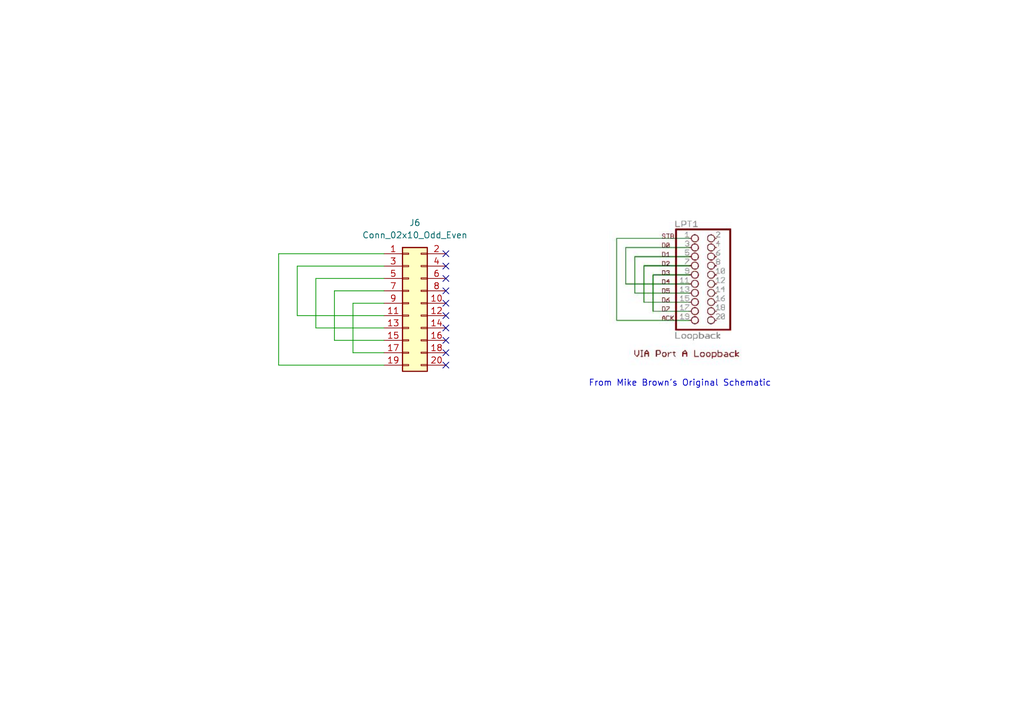
<source format=kicad_sch>
(kicad_sch
	(version 20250114)
	(generator "eeschema")
	(generator_version "9.0")
	(uuid "989b236e-89da-453f-97ce-d850e02a2746")
	(paper "A5")
	(title_block
		(date "2025-10-17")
		(rev "1")
		(comment 2 "This is a redrwan Schematic of Mike Brown's Oric Diag Board")
	)
	(lib_symbols
		(symbol "Connector_Generic:Conn_02x10_Odd_Even"
			(pin_names
				(offset 1.016)
				(hide yes)
			)
			(exclude_from_sim no)
			(in_bom yes)
			(on_board yes)
			(property "Reference" "J"
				(at 1.27 12.7 0)
				(effects
					(font
						(size 1.27 1.27)
					)
				)
			)
			(property "Value" "Conn_02x10_Odd_Even"
				(at 1.27 -15.24 0)
				(effects
					(font
						(size 1.27 1.27)
					)
				)
			)
			(property "Footprint" ""
				(at 0 0 0)
				(effects
					(font
						(size 1.27 1.27)
					)
					(hide yes)
				)
			)
			(property "Datasheet" "~"
				(at 0 0 0)
				(effects
					(font
						(size 1.27 1.27)
					)
					(hide yes)
				)
			)
			(property "Description" "Generic connector, double row, 02x10, odd/even pin numbering scheme (row 1 odd numbers, row 2 even numbers), script generated (kicad-library-utils/schlib/autogen/connector/)"
				(at 0 0 0)
				(effects
					(font
						(size 1.27 1.27)
					)
					(hide yes)
				)
			)
			(property "ki_keywords" "connector"
				(at 0 0 0)
				(effects
					(font
						(size 1.27 1.27)
					)
					(hide yes)
				)
			)
			(property "ki_fp_filters" "Connector*:*_2x??_*"
				(at 0 0 0)
				(effects
					(font
						(size 1.27 1.27)
					)
					(hide yes)
				)
			)
			(symbol "Conn_02x10_Odd_Even_1_1"
				(rectangle
					(start -1.27 11.43)
					(end 3.81 -13.97)
					(stroke
						(width 0.254)
						(type default)
					)
					(fill
						(type background)
					)
				)
				(rectangle
					(start -1.27 10.287)
					(end 0 10.033)
					(stroke
						(width 0.1524)
						(type default)
					)
					(fill
						(type none)
					)
				)
				(rectangle
					(start -1.27 7.747)
					(end 0 7.493)
					(stroke
						(width 0.1524)
						(type default)
					)
					(fill
						(type none)
					)
				)
				(rectangle
					(start -1.27 5.207)
					(end 0 4.953)
					(stroke
						(width 0.1524)
						(type default)
					)
					(fill
						(type none)
					)
				)
				(rectangle
					(start -1.27 2.667)
					(end 0 2.413)
					(stroke
						(width 0.1524)
						(type default)
					)
					(fill
						(type none)
					)
				)
				(rectangle
					(start -1.27 0.127)
					(end 0 -0.127)
					(stroke
						(width 0.1524)
						(type default)
					)
					(fill
						(type none)
					)
				)
				(rectangle
					(start -1.27 -2.413)
					(end 0 -2.667)
					(stroke
						(width 0.1524)
						(type default)
					)
					(fill
						(type none)
					)
				)
				(rectangle
					(start -1.27 -4.953)
					(end 0 -5.207)
					(stroke
						(width 0.1524)
						(type default)
					)
					(fill
						(type none)
					)
				)
				(rectangle
					(start -1.27 -7.493)
					(end 0 -7.747)
					(stroke
						(width 0.1524)
						(type default)
					)
					(fill
						(type none)
					)
				)
				(rectangle
					(start -1.27 -10.033)
					(end 0 -10.287)
					(stroke
						(width 0.1524)
						(type default)
					)
					(fill
						(type none)
					)
				)
				(rectangle
					(start -1.27 -12.573)
					(end 0 -12.827)
					(stroke
						(width 0.1524)
						(type default)
					)
					(fill
						(type none)
					)
				)
				(rectangle
					(start 3.81 10.287)
					(end 2.54 10.033)
					(stroke
						(width 0.1524)
						(type default)
					)
					(fill
						(type none)
					)
				)
				(rectangle
					(start 3.81 7.747)
					(end 2.54 7.493)
					(stroke
						(width 0.1524)
						(type default)
					)
					(fill
						(type none)
					)
				)
				(rectangle
					(start 3.81 5.207)
					(end 2.54 4.953)
					(stroke
						(width 0.1524)
						(type default)
					)
					(fill
						(type none)
					)
				)
				(rectangle
					(start 3.81 2.667)
					(end 2.54 2.413)
					(stroke
						(width 0.1524)
						(type default)
					)
					(fill
						(type none)
					)
				)
				(rectangle
					(start 3.81 0.127)
					(end 2.54 -0.127)
					(stroke
						(width 0.1524)
						(type default)
					)
					(fill
						(type none)
					)
				)
				(rectangle
					(start 3.81 -2.413)
					(end 2.54 -2.667)
					(stroke
						(width 0.1524)
						(type default)
					)
					(fill
						(type none)
					)
				)
				(rectangle
					(start 3.81 -4.953)
					(end 2.54 -5.207)
					(stroke
						(width 0.1524)
						(type default)
					)
					(fill
						(type none)
					)
				)
				(rectangle
					(start 3.81 -7.493)
					(end 2.54 -7.747)
					(stroke
						(width 0.1524)
						(type default)
					)
					(fill
						(type none)
					)
				)
				(rectangle
					(start 3.81 -10.033)
					(end 2.54 -10.287)
					(stroke
						(width 0.1524)
						(type default)
					)
					(fill
						(type none)
					)
				)
				(rectangle
					(start 3.81 -12.573)
					(end 2.54 -12.827)
					(stroke
						(width 0.1524)
						(type default)
					)
					(fill
						(type none)
					)
				)
				(pin passive line
					(at -5.08 10.16 0)
					(length 3.81)
					(name "Pin_1"
						(effects
							(font
								(size 1.27 1.27)
							)
						)
					)
					(number "1"
						(effects
							(font
								(size 1.27 1.27)
							)
						)
					)
				)
				(pin passive line
					(at -5.08 7.62 0)
					(length 3.81)
					(name "Pin_3"
						(effects
							(font
								(size 1.27 1.27)
							)
						)
					)
					(number "3"
						(effects
							(font
								(size 1.27 1.27)
							)
						)
					)
				)
				(pin passive line
					(at -5.08 5.08 0)
					(length 3.81)
					(name "Pin_5"
						(effects
							(font
								(size 1.27 1.27)
							)
						)
					)
					(number "5"
						(effects
							(font
								(size 1.27 1.27)
							)
						)
					)
				)
				(pin passive line
					(at -5.08 2.54 0)
					(length 3.81)
					(name "Pin_7"
						(effects
							(font
								(size 1.27 1.27)
							)
						)
					)
					(number "7"
						(effects
							(font
								(size 1.27 1.27)
							)
						)
					)
				)
				(pin passive line
					(at -5.08 0 0)
					(length 3.81)
					(name "Pin_9"
						(effects
							(font
								(size 1.27 1.27)
							)
						)
					)
					(number "9"
						(effects
							(font
								(size 1.27 1.27)
							)
						)
					)
				)
				(pin passive line
					(at -5.08 -2.54 0)
					(length 3.81)
					(name "Pin_11"
						(effects
							(font
								(size 1.27 1.27)
							)
						)
					)
					(number "11"
						(effects
							(font
								(size 1.27 1.27)
							)
						)
					)
				)
				(pin passive line
					(at -5.08 -5.08 0)
					(length 3.81)
					(name "Pin_13"
						(effects
							(font
								(size 1.27 1.27)
							)
						)
					)
					(number "13"
						(effects
							(font
								(size 1.27 1.27)
							)
						)
					)
				)
				(pin passive line
					(at -5.08 -7.62 0)
					(length 3.81)
					(name "Pin_15"
						(effects
							(font
								(size 1.27 1.27)
							)
						)
					)
					(number "15"
						(effects
							(font
								(size 1.27 1.27)
							)
						)
					)
				)
				(pin passive line
					(at -5.08 -10.16 0)
					(length 3.81)
					(name "Pin_17"
						(effects
							(font
								(size 1.27 1.27)
							)
						)
					)
					(number "17"
						(effects
							(font
								(size 1.27 1.27)
							)
						)
					)
				)
				(pin passive line
					(at -5.08 -12.7 0)
					(length 3.81)
					(name "Pin_19"
						(effects
							(font
								(size 1.27 1.27)
							)
						)
					)
					(number "19"
						(effects
							(font
								(size 1.27 1.27)
							)
						)
					)
				)
				(pin passive line
					(at 7.62 10.16 180)
					(length 3.81)
					(name "Pin_2"
						(effects
							(font
								(size 1.27 1.27)
							)
						)
					)
					(number "2"
						(effects
							(font
								(size 1.27 1.27)
							)
						)
					)
				)
				(pin passive line
					(at 7.62 7.62 180)
					(length 3.81)
					(name "Pin_4"
						(effects
							(font
								(size 1.27 1.27)
							)
						)
					)
					(number "4"
						(effects
							(font
								(size 1.27 1.27)
							)
						)
					)
				)
				(pin passive line
					(at 7.62 5.08 180)
					(length 3.81)
					(name "Pin_6"
						(effects
							(font
								(size 1.27 1.27)
							)
						)
					)
					(number "6"
						(effects
							(font
								(size 1.27 1.27)
							)
						)
					)
				)
				(pin passive line
					(at 7.62 2.54 180)
					(length 3.81)
					(name "Pin_8"
						(effects
							(font
								(size 1.27 1.27)
							)
						)
					)
					(number "8"
						(effects
							(font
								(size 1.27 1.27)
							)
						)
					)
				)
				(pin passive line
					(at 7.62 0 180)
					(length 3.81)
					(name "Pin_10"
						(effects
							(font
								(size 1.27 1.27)
							)
						)
					)
					(number "10"
						(effects
							(font
								(size 1.27 1.27)
							)
						)
					)
				)
				(pin passive line
					(at 7.62 -2.54 180)
					(length 3.81)
					(name "Pin_12"
						(effects
							(font
								(size 1.27 1.27)
							)
						)
					)
					(number "12"
						(effects
							(font
								(size 1.27 1.27)
							)
						)
					)
				)
				(pin passive line
					(at 7.62 -5.08 180)
					(length 3.81)
					(name "Pin_14"
						(effects
							(font
								(size 1.27 1.27)
							)
						)
					)
					(number "14"
						(effects
							(font
								(size 1.27 1.27)
							)
						)
					)
				)
				(pin passive line
					(at 7.62 -7.62 180)
					(length 3.81)
					(name "Pin_16"
						(effects
							(font
								(size 1.27 1.27)
							)
						)
					)
					(number "16"
						(effects
							(font
								(size 1.27 1.27)
							)
						)
					)
				)
				(pin passive line
					(at 7.62 -10.16 180)
					(length 3.81)
					(name "Pin_18"
						(effects
							(font
								(size 1.27 1.27)
							)
						)
					)
					(number "18"
						(effects
							(font
								(size 1.27 1.27)
							)
						)
					)
				)
				(pin passive line
					(at 7.62 -12.7 180)
					(length 3.81)
					(name "Pin_20"
						(effects
							(font
								(size 1.27 1.27)
							)
						)
					)
					(number "20"
						(effects
							(font
								(size 1.27 1.27)
							)
						)
					)
				)
			)
			(embedded_fonts no)
		)
	)
	(text "From Mike Brown's Original Schematic"
		(exclude_from_sim no)
		(at 139.446 78.74 0)
		(effects
			(font
				(size 1.27 1.27)
			)
		)
		(uuid "b833d180-45fb-49e3-8a3d-4bd8739fd537")
	)
	(no_connect
		(at 91.44 62.23)
		(uuid "2d6dfbf0-8bc8-4195-bf86-0ced87c6912b")
	)
	(no_connect
		(at 91.44 72.39)
		(uuid "3a399f8b-f89c-4661-bd26-f47ae1b49f01")
	)
	(no_connect
		(at 91.44 64.77)
		(uuid "4bb873dc-47d4-431a-be74-9dd11d1623f1")
	)
	(no_connect
		(at 91.44 59.69)
		(uuid "502084da-056a-4b45-b43a-79e32bd9a0b6")
	)
	(no_connect
		(at 91.44 57.15)
		(uuid "5522ff4f-eb76-4e1f-b0da-49ac3ff02888")
	)
	(no_connect
		(at 91.44 54.61)
		(uuid "68025000-a9c5-4443-93d1-4313b45245d8")
	)
	(no_connect
		(at 91.44 69.85)
		(uuid "7f10318f-5a15-4ef0-a8d4-60faad9a502b")
	)
	(no_connect
		(at 91.44 67.31)
		(uuid "8a8e15a1-f8da-48ff-b28d-9bbe59efa309")
	)
	(no_connect
		(at 91.44 52.07)
		(uuid "a7fbb15a-b983-4087-8afc-fd23634c6ee0")
	)
	(no_connect
		(at 91.44 74.93)
		(uuid "eab9d1ff-f6df-4b61-a237-79a7b305c0ad")
	)
	(wire
		(pts
			(xy 72.39 62.23) (xy 72.39 72.39)
		)
		(stroke
			(width 0)
			(type default)
		)
		(uuid "1b75c887-f16d-4834-9f5b-4a28d1441ec6")
	)
	(wire
		(pts
			(xy 78.74 64.77) (xy 60.96 64.77)
		)
		(stroke
			(width 0)
			(type default)
		)
		(uuid "235d09e1-4d34-4ef2-ac23-747496f5c6c1")
	)
	(wire
		(pts
			(xy 60.96 54.61) (xy 78.74 54.61)
		)
		(stroke
			(width 0)
			(type default)
		)
		(uuid "301ba5c1-2c99-40e9-ad7f-478d7e1dfcf0")
	)
	(wire
		(pts
			(xy 78.74 67.31) (xy 64.77 67.31)
		)
		(stroke
			(width 0)
			(type default)
		)
		(uuid "8a09e86e-d946-47a0-a7c6-66d68be97a66")
	)
	(wire
		(pts
			(xy 57.15 74.93) (xy 57.15 52.07)
		)
		(stroke
			(width 0)
			(type default)
		)
		(uuid "8be90b00-ef9b-4d38-8e48-391d3c490b6b")
	)
	(wire
		(pts
			(xy 78.74 69.85) (xy 68.58 69.85)
		)
		(stroke
			(width 0)
			(type default)
		)
		(uuid "90e35d65-1081-4c65-b2ab-74fcd36585a7")
	)
	(wire
		(pts
			(xy 57.15 52.07) (xy 78.74 52.07)
		)
		(stroke
			(width 0)
			(type default)
		)
		(uuid "97474182-ee6a-4bc8-98d8-84954a7797e4")
	)
	(wire
		(pts
			(xy 68.58 59.69) (xy 78.74 59.69)
		)
		(stroke
			(width 0)
			(type default)
		)
		(uuid "9b5e83be-5e67-43a7-85a2-cfbeeeeb48e7")
	)
	(wire
		(pts
			(xy 68.58 69.85) (xy 68.58 59.69)
		)
		(stroke
			(width 0)
			(type default)
		)
		(uuid "a197cc93-81ae-4ece-b461-542db5db3eba")
	)
	(wire
		(pts
			(xy 64.77 67.31) (xy 64.77 57.15)
		)
		(stroke
			(width 0)
			(type default)
		)
		(uuid "c7ea71ca-2a6b-44a9-a1fe-2b44a3a097b0")
	)
	(wire
		(pts
			(xy 78.74 74.93) (xy 57.15 74.93)
		)
		(stroke
			(width 0)
			(type default)
		)
		(uuid "cb0a3237-9752-4dd5-91fd-8cfe7cf0b631")
	)
	(wire
		(pts
			(xy 78.74 62.23) (xy 72.39 62.23)
		)
		(stroke
			(width 0)
			(type default)
		)
		(uuid "da9f5a4b-2e75-4a0b-845d-932c3071273c")
	)
	(wire
		(pts
			(xy 64.77 57.15) (xy 78.74 57.15)
		)
		(stroke
			(width 0)
			(type default)
		)
		(uuid "e7d87e01-a9ce-43ff-9ea7-f0a4536eef49")
	)
	(wire
		(pts
			(xy 60.96 64.77) (xy 60.96 54.61)
		)
		(stroke
			(width 0)
			(type default)
		)
		(uuid "ec442d0c-dd2a-4c1f-b6bd-2fb64cb383f1")
	)
	(wire
		(pts
			(xy 72.39 72.39) (xy 78.74 72.39)
		)
		(stroke
			(width 0)
			(type default)
		)
		(uuid "f25eb2aa-8064-4d56-8d54-55e4e15d9b11")
	)
	(image
		(at 139.7 60.96)
		(scale 0.5)
		(uuid "b2e37754-804e-4c5f-92f9-aa4b5a0ce815")
		(data "/9j/4AAQSkZJRgABAQEAYABgAAD/4QLyRXhpZgAATU0AKgAAAAgABAE7AAIAAAANAAABSodpAAQA"
			"AAABAAABWJydAAEAAAAaAAAC0OocAAcAAAEMAAAAPgAAAAAc6gAAAAEAAAAAAAAAAAAAAAAAAAAA"
			"AAAAAAAAAAAAAAAAAAAAAAAAAAAAAAAAAAAAAAAAAAAAAAAAAAAAAAAAAAAAAAAAAAAAAAAAAAAA"
			"AAAAAAAAAAAAAAAAAAAAAAAAAAAAAAAAAAAAAAAAAAAAAAAAAAAAAAAAAAAAAAAAAAAAAAAAAAAA"
			"AAAAAAAAAAAAAAAAAAAAAAAAAAAAAAAAAAAAAAAAAAAAAAAAAAAAAAAAAAAAAAAAAAAAAAAAAAAA"
			"AAAAAAAAAAAAAAAAAAAAAAAAAAAAAAAAAAAAAAAAAAAAAAAAAAAAAAAAAAAAAAAAAAAAAAAAAAAA"
			"AAAAAAAAAAAAAAAAAAAAAAAAUm9iZXJ0IEJld2VzAAAABZADAAIAAAAUAAACppAEAAIAAAAUAAAC"
			"upKRAAIAAAADNTAAAJKSAAIAAAADNTAAAOocAAcAAAEMAAABmgAAAAAc6gAAAAEAAAAAAAAAAAAA"
			"AAAAAAAAAAAAAAAAAAAAAAAAAAAAAAAAAAAAAAAAAAAAAAAAAAAAAAAAAAAAAAAAAAAAAAAAAAAA"
			"AAAAAAAAAAAAAAAAAAAAAAAAAAAAAAAAAAAAAAAAAAAAAAAAAAAAAAAAAAAAAAAAAAAAAAAAAAAA"
			"AAAAAAAAAAAAAAAAAAAAAAAAAAAAAAAAAAAAAAAAAAAAAAAAAAAAAAAAAAAAAAAAAAAAAAAAAAAA"
			"AAAAAAAAAAAAAAAAAAAAAAAAAAAAAAAAAAAAAAAAAAAAAAAAAAAAAAAAAAAAAAAAAAAAAAAAAAAA"
			"AAAAAAAAAAAAAAAAAAAAAAAAAAAAAAAAMjAyNTowOTozMCAxOToxMTo1NwAyMDI1OjA5OjMwIDE5"
			"OjExOjU3AAAAUgBvAGIAZQByAHQAIABCAGUAdwBlAHMAAAD/4QQfaHR0cDovL25zLmFkb2JlLmNv"
			"bS94YXAvMS4wLwA8P3hwYWNrZXQgYmVnaW49J++7vycgaWQ9J1c1TTBNcENlaGlIenJlU3pOVGN6"
			"a2M5ZCc/Pg0KPHg6eG1wbWV0YSB4bWxuczp4PSJhZG9iZTpuczptZXRhLyI+PHJkZjpSREYgeG1s"
			"bnM6cmRmPSJodHRwOi8vd3d3LnczLm9yZy8xOTk5LzAyLzIyLXJkZi1zeW50YXgtbnMjIj48cmRm"
			"OkRlc2NyaXB0aW9uIHJkZjphYm91dD0idXVpZDpmYWY1YmRkNS1iYTNkLTExZGEtYWQzMS1kMzNk"
			"NzUxODJmMWIiIHhtbG5zOmRjPSJodHRwOi8vcHVybC5vcmcvZGMvZWxlbWVudHMvMS4xLyIvPjxy"
			"ZGY6RGVzY3JpcHRpb24gcmRmOmFib3V0PSJ1dWlkOmZhZjViZGQ1LWJhM2QtMTFkYS1hZDMxLWQz"
			"M2Q3NTE4MmYxYiIgeG1sbnM6eG1wPSJodHRwOi8vbnMuYWRvYmUuY29tL3hhcC8xLjAvIj48eG1w"
			"OkNyZWF0ZURhdGU+MjAyNS0wOS0zMFQxOToxMTo1Ny41MDE8L3htcDpDcmVhdGVEYXRlPjwvcmRm"
			"OkRlc2NyaXB0aW9uPjxyZGY6RGVzY3JpcHRpb24gcmRmOmFib3V0PSJ1dWlkOmZhZjViZGQ1LWJh"
			"M2QtMTFkYS1hZDMxLWQzM2Q3NTE4MmYxYiIgeG1sbnM6ZGM9Imh0dHA6Ly9wdXJsLm9yZy9kYy9l"
			"bGVtZW50cy8xLjEvIj48ZGM6Y3JlYXRvcj48cmRmOlNlcSB4bWxuczpyZGY9Imh0dHA6Ly93d3cu"
			"dzMub3JnLzE5OTkvMDIvMjItcmRmLXN5bnRheC1ucyMiPjxyZGY6bGk+Um9iZXJ0IEJld2VzPC9y"
			"ZGY6bGk+PC9yZGY6U2VxPg0KCQkJPC9kYzpjcmVhdG9yPjwvcmRmOkRlc2NyaXB0aW9uPjwvcmRm"
			"OlJERj48L3g6eG1wbWV0YT4NCiAgICAgICAgICAgICAgICAgICAgICAgICAgICAgICAgICAgICAg"
			"ICAgICAgICAgICAgICAgICAgICAgICAgICAgICAgICAgICAgICAgICAgICAgICAgICAgICAgICAg"
			"ICAgICAKICAgICAgICAgICAgICAgICAgICAgICAgICAgICAgICAgICAgICAgICAgICAgICAgICAg"
			"ICAgICAgICAgICAgICAgICAgICAgICAgICAgICAgICAgICAgICAgICAgICAgICAgIAogICAgICAg"
			"ICAgICAgICAgICAgICAgICAgICAgICAgICAgICAgICAgICAgICAgICAgICAgICA8P3hwYWNrZXQg"
			"ZW5kPSd3Jz8+/9sAQwAHBQUGBQQHBgUGCAcHCAoRCwoJCQoVDxAMERgVGhkYFRgXGx4nIRsdJR0X"
			"GCIuIiUoKSssKxogLzMvKjInKisq/9sAQwEHCAgKCQoUCwsUKhwYHCoqKioqKioqKioqKioqKioq"
			"KioqKioqKioqKioqKioqKioqKioqKioqKioqKioqKioq/8AAEQgA7QDlAwEiAAIRAQMRAf/EAB8A"
			"AAEFAQEBAQEBAAAAAAAAAAABAgMEBQYHCAkKC//EALUQAAIBAwMCBAMFBQQEAAABfQECAwAEEQUS"
			"ITFBBhNRYQcicRQygZGhCCNCscEVUtHwJDNicoIJChYXGBkaJSYnKCkqNDU2Nzg5OkNERUZHSElK"
			"U1RVVldYWVpjZGVmZ2hpanN0dXZ3eHl6g4SFhoeIiYqSk5SVlpeYmZqio6Slpqeoqaqys7S1tre4"
			"ubrCw8TFxsfIycrS09TV1tfY2drh4uPk5ebn6Onq8fLz9PX29/j5+v/EAB8BAAMBAQEBAQEBAQEA"
			"AAAAAAABAgMEBQYHCAkKC//EALURAAIBAgQEAwQHBQQEAAECdwABAgMRBAUhMQYSQVEHYXETIjKB"
			"CBRCkaGxwQkjM1LwFWJy0QoWJDThJfEXGBkaJicoKSo1Njc4OTpDREVGR0hJSlNUVVZXWFlaY2Rl"
			"ZmdoaWpzdHV2d3h5eoKDhIWGh4iJipKTlJWWl5iZmqKjpKWmp6ipqrKztLW2t7i5usLDxMXGx8jJ"
			"ytLT1NXW19jZ2uLj5OXm5+jp6vLz9PX29/j5+v/aAAwDAQACEQMRAD8A+kaKKKACiiigAooooAKK"
			"KKACiiigAooooAKw/DX/AB8a5/2FJP8A0XHW5Xh2q/EJLjxfrllo/wAPdV1iSxvHhuZrK+nALKSm"
			"4pGhC52HHriplJR3N6NCpWvyLb0X5npWprpp8V3H9qac19/oMPlhbJrjb88ueinbnj0z+FUptKjH"
			"w+vzfaeEMSXMlpHcqrPbxtkoB12kDHGeMVyEPxU8TW8vmxfCXXQ/lJCWLTElFztHMP8AtHnrzT7n"
			"4seKLy1ltrn4S648MqFHUmYZBGCP9RU+1gb/AFDEdl98f8z1FtIgjsza6ckenwyPmYW0YQsMcgEY"
			"2k8Dd1xnGDgin4N/5E3TP+uA/ma801D4n+JNTt1hvPhN4gZFbeAktxGc4I6rCD3qLS/iNr2io6ab"
			"8ItfiVwAVaa4ccZxgNEcdT0o9rAPqGI7L74/5ntdFeR/8Lh8W/8ARKNc/wDIv/xij/hcPi3/AKJR"
			"rn/kX/4xR7WAfUMR2X3x/wAz1yivI/8AhcPi3/olGuf+Rf8A4xR/wuHxb/0SjXP/ACL/APGKPawD"
			"6hiOy++P+Z65RXkf/C4fFv8A0SjXP/Iv/wAYqrqHx31vRoEuNZ+HGp6fbs4QS3MzxqWOTgFoQCcA"
			"nHtS9rAFl+IbskvvX+Z7NRRRWpwhRRRQAUUUUAFFFZPiTULvTdKjk0/yRcS3Vvbq06F0XzJVQkqG"
			"UnAbOMilJ2V2TKSim2a1FYn2bxV/0FtH/wDBXL/8kUfZvFX/AEFtH/8ABXL/APJFTzPs/wAP8yed"
			"/wAr/D/M26KxPs3ir/oLaP8A+CuX/wCSKPs3ir/oLaP/AOCuX/5Io5n2f4f5hzv+V/h/mbdFYn2b"
			"xV/0FtH/APBXL/8AJFH2bxV/0FtH/wDBXL/8kUcz7P8AD/MOd/yv8P8AM26KxPs3ir/oLaP/AOCu"
			"X/5Io+zeKv8AoLaP/wCCuX/5Io5n2f4f5hzv+V/h/mTa9rTaPFZrDDDLcXtx9ngFxP5MQYRvIS77"
			"WIG2NsYU5OBwCSM298Sa1BpVnfW2iWjLPJFBLHcX7xMkryiL5cQsHjyQQ/GV5A6Uuo6R4q1CBIjr"
			"OibA+545dFeSOUYPyspn6ZIbgg5Uc4yDn23g/wARWvh+20lde0xore6S6VjpcmQVn84IB5+AgPyg"
			"dlAHbNS3Lt+R0QqQUVzR1v8Ah95bfxjcQa3c2l1Y2aW1rfW9hK63xaYyzJCVKxGMAoGnUE7gcBjj"
			"jFcb8Hv+Sj/Ez/sLD/0dcVv3HgTXbnVbq9k1jRN9zfwXxk/sV/NR4REFVX+0cIfJXIx/E3Izxxvw"
			"mg11viD8RRaahp0co1Qec0ti7q58245UCUbR14JPb8YblzK52QnD6vU5IvaN/vXme4Vk2H2weIL1"
			"b243hoI3SJPuRDfIMD1OAMnufYAVF9m8Vf8AQW0f/wAFcv8A8kViDSdVOryC18S6T/aS4Zo2iunI"
			"AOcNH9r+783Q8c1rzPt+R5ik2/hf4f5m1r/iyx0GQWxt73UtQaPzVsNOtzPMY9wXeQOFXOeWIBwQ"
			"MkYqTQ/E+n68ZIrYXFteQorz2V7A0E8IYcZVhyOo3LlSQcE1geDWew8YeJbHxBcWj6/dXMd0skUX"
			"lfaLTykSMopJJVWWQEZODnJ+bJm1mQTfFjw1Fpx3XVvbXb6gY5VGy1ZFCh1xk5l8srz/AAtweSFz"
			"Pc73Shfk62vf5X+7p/Vjsay9Z8RadoTWsd/JIZ7x2S2treF5pZiqlm2ogJIAGScYHGSMitSuVMlr"
			"afFeR74LFLeaTDBYyyDAkZJZmljRj/FhomKg5IGcHbxbdjCnFSbv0Rc0PxfYa3Oto1vfaZqDRmX7"
			"DqVs0EpQNjcM/Kw6fdJxkZweKZPHImuwQ6dc3lxdiYS3bvcHyYoSfusn3ckcKAA3GSeuaXjyXzm0"
			"PT9OfGuS6nFNYEN/qQmTNK6h1LR+SZFIzzvA6kEael6FFZGP7Zcl9Qkdp5DbXE8UcrbuWETStxyo"
			"OSR+eKSbvZjqRjyqcdL9P66G3Xkf7SH/ACTey/7Csf8A6Klr1yvI/wBpD/km9l/2FY//AEVLU1fg"
			"Zvl/+9Q9T1yiiitDiCiiigAooooAKwvF3/IKs/8AsK2P/pVHW7WF4u/5BVn/ANhWx/8ASqOoqfAz"
			"Or/DfobtFFc5rtkdU8VaXYyXt9bQGyupmFndvAWZXtwuShGcB26+tOT5VdDnJxV0dHRXO/8ACF2n"
			"/QW17/wb3H/xVH/CF2n/AEFte/8ABvcf/FVN59vxJ5qn8v4/8A6Kiud/4Qu0/wCgtr3/AIN7j/4q"
			"j/hC7T/oLa9/4N7j/wCKovPt+Ic1T+X8f+AdFRXO/wDCF2n/AEFte/8ABvcf/FUf8IXaf9BbXv8A"
			"wb3H/wAVRefb8Q5qn8v4/wDAJ/Edxepc6LaWF41mb6/aGWVI0dggt5pMAMCPvRr2ridT8b6uLZrO"
			"zvGGrW8VxHBBBBHI+oTJcTQq7BhiONRbF3IIA8wAEEKG6e6+H2mXvkm51LXmaCTzImGs3KsjbSuQ"
			"Q+QdrMPoTVL/AIVL4b3B1l1hHETwl01a4Vmjdt7qxD5YMxLEHOSSTyalqbOulWUUueF/u8zrtOu/"
			"t+l2t5s8v7RCkuzOdu5QcZ79a8r+D3/JR/iZ/wBhYf8Ao64ruY/A9jDEkUOp65HGihVRdWnAUDoA"
			"N3Ary74UeG7e78f/ABEie/1WMW+phVaHUJUZ/wB7OMsQ2WPHU+/rUycuaN0XRlU9hWtHouv95eR7"
			"rXLX13aSX2nWmmTW3yX6tLZpGVuFbcxZ+hKjuSQMqT83zDM//CF2n/QW17/wb3H/AMVWXD4fgvwF"
			"jbxYIJG2+eNbZQADjdxNuxx6Z9q0vPt+JxKU76r8f+AM8XF/FOoXHh/SfD2m6rcaeqSTXmr7lt7W"
			"RtrLGpVS7SFPmO3aACuSc7aseDmj0C5Hhm70Gx0S7aE3UZ05i9veY2iRlYqrBlJUFWyQCuCR0oab"
			"JB8NNR1a21RNQk0a/uBfQaq4ku9sjKkbxTMAWU5UFWbghsZyvNmG6Txt4x8P6xoyTf2RpK3MzXk9"
			"n5YnldPKWJPM2yYAZ2YgbCVUckfKut+p6rXucn2Lb672+7fS3/Dnb1yviy5j1O8j8MQ6Bba7cTRf"
			"aZ475vLt7WL5gru+xjuZgQqqCeGPAGa6quS1i9fwz4xl1y9tJ5tIvLCO2mubaJpmtHhaaQM6KC2x"
			"hKRuGcFRkYORctjkor3tN+nqUfC8f/CHXUVlruh6PpEuqSLFHqGmTlormbDFIWEgDq21TtzuUnIB"
			"BIU7CaffQeM47qW8glaeGXrAQUiDRfIPn9859SeDnjH1PVoPiHb2uleGXu3sPt8balqCwyQC3SI+"
			"aFjdihMjOiAFN20Ek4+XPUWclrpaQ6Tby3V5LHgHzJHnkUE5zJIxOODn5jkgYGelKPZbF19felpJ"
			"7r/h9vQ068j/AGkP+Sb2X/YVj/8ARUteuV5H+0h/yTey/wCwrH/6KlpVfgZpl/8AvUPU9cooorQ4"
			"gooooAKKKKACsLxd/wAgqz/7Ctj/AOlUdbtYXi7/AJBVn/2FbH/0qjqKnwMzq/w36G7WLdf8j3pf"
			"/YNvP/RtrW1WLdf8j3pf/YNvP/RtrRPb7vzCp8PzX5m1WZeeJND066a21DWtPtZ1wWinukRhkZGQ"
			"TnpWnXM6Vptje+JPEr3llb3Di+iAaWJWIH2WDjJFE3JWUeoVJSVlHqXP+Ey8Mf8AQx6T/wCB0X/x"
			"VH/CZeGP+hj0n/wOi/8Aiqt/2DpH/QKsv/AdP8KP7B0j/oFWX/gOn+FT+88if33l+JU/4TLwx/0M"
			"ek/+B0X/AMVR/wAJl4Y/6GPSf/A6L/4qrf8AYOkf9Aqy/wDAdP8ACj+wdI/6BVl/4Dp/hR+88g/f"
			"eX4nJeLPFXhO6uNBiu/EelfYzqLfaP8AiYoi7fss+NxDDA37OvfFc4PF2iDQ9NabxxYxRWer4gtP"
			"7QjRpYV1Aoju27LxiADA6Yyx3fKV9F1G38MaRAk2qW2l2kcj+WjzRRqGbBOBkdcAn8DVW5uvBVna"
			"29zdvokMF0jSQSuIgsirjcQe4GRk9s0rS62OunOuopct/wCmWh4z8LsoZfEmkEEZBF/Fz/49XlXw"
			"m8R6JafEH4jS3Ws6fBHcaoGheS6RRIPNuDlSTyOR09RXsH9g6R/0CrL/AMB0/wAK8m+EelafP8RP"
			"iQk1hbSJHqoCK8KkIPNuOBxx0FTLn5lexdD23sK22y7/AMyPTv8AhMvDH/Qx6T/4HRf/ABVcsuv+"
			"Gra8iaC9022mS6DyX8mtQsixBiSAd+7DDjZtAyc9ga7T+wdI/wCgVZf+A6f4ViXWnwW+qW1munaT"
			"dPO4LQx6eAyQ5+Z2YtgADgccngDri/3nkcS9rfWxShv7nx/qOoLoevtY6DYSC2+1aWyNNdz7VdiJ"
			"GVgsahlHyjLHdzjrc0+fVPDviaz0XVtQm1XT9RicWN5PEBNHNGu4wyMihW3IGZWOD+7cHPFVrzTt"
			"W8HX2oal4T06yvtNvdks2lNOtmYpwFTzIn27MMoG5WxyuQSWIqXStO1PxHr2l+JvEdhbaadOhnSz"
			"sIrj7Q6ySYVpWlUhD8ikBAG+8STnAU1v5nqPl5bq3Jbyve3379dvkdfXM6rPq2q+Kv7C0u+Ol21t"
			"ax3d3dxIrzOJGkRI0DqyrzExLEE9ABySOmrmtc0/WbHXP+Eh8ORw3sxtPs13ptxN5IuEQu8bRybT"
			"tcM7DB+UhzkjANXLY5qVubz6X2Kc8l/4ESC61HWrnVtDeaO3uJNQMKy2RdsCYyjYGTcyqVIJAbcD"
			"hSpfpAupTDc6S0k8dzdmWa+S8iltZo9xyV5LE7QFGAMEdcDmtBba346SybxJpkGi6bZ3gnkslvRd"
			"tfFBlAzJhFjDkNtO4sUHC4ydSx1uKO5S1gawSPzzAmnwHE8Q3Y3FQe2MkYGFycnHKj+BVa1kn8XW"
			"1rfhpf0/M6OvI/2kP+Sb2X/YVj/9FS165Xkf7SH/ACTey/7Csf8A6KlpVfgZrl/+9Q9T1yiiitDi"
			"CiiigAooooAKwvF3/IKs/wDsK2P/AKVR1u1heLv+QVZ/9hWx/wDSqOoqfAzOr/DfobtYt1/yPel/"
			"9g28/wDRtrW1WLdf8j3pf/YNvP8A0ba0T2+78wqfD81+ZtVhaD/yMHib/sIRf+kkFbtYWg/8jB4m"
			"/wCwhF/6SQUS3j6/own8UfX9GbtcZD8SYbqFZ7Lwv4lurd+Y54bAFJB6g7+ldnXN/Dz/AJJ1on/X"
			"otTPmclFO2/6E1OdzUYu2/6FP/hYLf8AQneKv/Bcv/xdH/CwW/6E7xV/4Ll/+LrsKKXJU/m/AXJU"
			"/n/BHnOteNLq4vtFubbwV4qlWxvmnlQWCBipt5o+MyAZ3SL36ZrmpNb1WPSxp9p4A8Qwi+uLz7de"
			"x6dEZ47SW4llWGMM+MkSAEk7V5IDHFesa1rX9jrZhbC6v5r24+zwwWpjDFvLeQkmR1UDbG3f0rIk"
			"8eRDTVvbXQNbu0EM8twsVugNt5LmN0dndVL7lYbULE7ScYwSuVrd/gdlKOJUVZ3+Xr5+pUtfHS2t"
			"nDbweC/FUcUUaoiHTwdqgYAzvNea/C3xc1j48+IE48O69c/atSD+Xb2YZ4f3s5w43DB59+hr3u2u"
			"Iru1iuLdt8UyCRGwRlSMg4PtXk3we/5KP8TP+wsP/R1xUyjLmWpVGFX2Fa8+i6f3kdb/AMLBb/oT"
			"vFX/AILl/wDi6pWfjT+z4ppD4P8AFc9xKxeWX+zRukPYff6AcAdBXe1zTXGqWl1HLPDe7mu1jd2e"
			"I25RpAgAUNuHBBBxnI54zWnJP+b8DiUKiesvwMLw7b2vxD1bVtX8TaTcCKxuhZ2ekarFxbqIkcyP"
			"CSVLv5vUg4UKAfW0tnZeDPiBo1joii1stfW4jl01GKxJJGnmieNNpVeAyMoK53ocHaab4tSw0zxA"
			"LzS/EEui+IL+JY3gtbH7c12ibirvbqpc7RvAcEY6EkYFTeCPsep30+p3HiOXXtZtUa0l8y3Nn9kR"
			"nyU+zHBQkxjLMCx2dcDAS3t1PXk3yOevLa1te1vTfXe/zO0rktT0yDxN46k0zWf9I0zTrG3u1sHw"
			"Y5pZJJl3SL/GFEQwDxls4PGOtrlPGsGn2htdYbVZNF1ZP9EtLu3t/tEk28/6kwhSZVJAbaBkbcgj"
			"mtJbHLQb5rLd7Gd4kstN8ARW2veHLRLF2u4befTLGMAaijttMaQghTKM7wwG75CD8pNa+kWM+o6b"
			"YzsJLK1+0G8W3ubQR3SNuZtrncQDk4JAyVyO5rH8Mpba3rcf/CQeI5da1TTGNxbWU+nPp3kZXb5v"
			"2d8M5+fAc5C54wck9Np0l/8A8JFqUV/MjJ5MMkMUf3YlLSr1wCSdgJPvjtmlHui67slGWsu+v66/"
			"12NevI/2kP8Akm9l/wBhWP8A9FS11+kapcXk2j3EVxNMl22Lt2YeVvaF5PLRcfwlRkjpgDJO7HIf"
			"tIf8k3sv+wrH/wCipaVX4GXl/wDvUPU9cooorQ4gooooAKKKKACsLxd/yCrP/sK2P/pVHW7WF4u/"
			"5BVn/wBhWx/9Ko6ip8DM6v8ADfobtYt1/wAj3pf/AGDbz/0ba1tVi3X/ACPel/8AYNvP/RtrRPb7"
			"vzCp8PzX5m1WFoP/ACMHib/sIRf+kkFbtYWg/wDIweJv+whF/wCkkFEt4+v6MJ/FH1/Rm7XN/Dz/"
			"AJJ1on/XotdJXN/Dz/knWif9ei0n/EXo/wBBP+KvR/oW/F2tzeHvC93qdrDHPNEY0jSRiFLPIqAn"
			"HOBuz+FZe74i/wDPHwv/AN/bj/4mnfEz/kn97/12tv8A0ojrq6hpyqNX6L9SGnOq1dpJL9Tg9S0/"
			"4jX9xp06f8IvHJYXJuEy9wQxMUkWDwO0hP4CsqTwr8Q5tButIuf+EQu7O8aeSaK5jndfMlmeYsow"
			"MYZ+M5xtUgg5J7fxFfalbS6Ta6PLawT6hem3aW6gaZUUQSy5Cq6EnMYHXua5PWPiLrGl+GIJYtGe"
			"71LzrmK6uYbOd7OBYJnjZiVBIL+Wdq54zliAMkcUt2ztpYetJRUJP8PPy9TUtY/iNbWkMBHhuYxI"
			"qGSSa4LPgYyTt5JrzT4WN4xHj34g/wBmx6Gbj+0x9q+0STBA3mz/AHMDOM7uvtXvccgliSRQwV1D"
			"AMpU8+oPIPsa8k+D3/JR/iZ/2Fh/6OuKlwtJK7KoUX7Ct7z2X/pSOv3/ABEzjyvC+fTzbj/4ms7+"
			"yPHaS74ofDTFH86OB7q6MSOc/Nt2+pJHYHkdBXS2Ucdv4q1BmuTLJPDETvYfL88gCgDoAMfzPWk0"
			"+KK28TX3+ktNJNBEzNI4JzvkwoHQADAwP5kmtPZ/3mcSpWd+ZmH4EN+niPxNH4oNuPEDTwyOLbzP"
			"KNp5SiLyi4GVD+cDj+LdnrzLq8in4ueHE00Rm9FldnUSrR71s8LsDAjdgzbNuD2fggtiHxSlh4i8"
			"QDSLPw9FrGpWKo894179kFirq5VTNHmUM237iqQQwJwDU3gxLHRNTutBPh59F1GVDdmQTtdR3qBg"
			"pdbhvmYqWXKuFI3jAwc0eR6ztrUtrbbTta+9/NaHZVyxS2PxaZr2Mmb+x4zp7OhKgiWQXGw9A2Gg"
			"z3II7Zrqa5Txpc6fetaeH5NI/tvUbp1mhtRIYvsyqcG4aYDMIXJAZfmJO1QcnFy2OWjrJx7lX4jX"
			"Ji/sGPSljk8Rvqcf9lqx4Xg+c0gHzeV5W8MQDjK/UbWkaTdKsV3rE+NUZF+0ra3DtCcMxAG4A7fm"
			"PX1NYXh21svC2vw2l9oP9n3mqKY4L9L+W/jkKgv5BllAdGwGYLtCHBwS3FbemQw2nirVMXBlkngt"
			"3dnYZLb5hgAcDACjA9PXmlHV3LrNRioJfP8A4a+n6lq10ewtriL7Oz4t2Z4oPOJSIkEHC9uGYY6D"
			"P0rzb9pD/km9l/2FY/8A0VLXcWVvZXWtW50qGCO1sJHZrk/NJcSFWUqD1YDcSzHOSMc8kcP+0h/y"
			"Tey/7Csf/oqWlV+BmmX/AO9Q9T1yiiitDiCiiigAooooAKwvF3/IKs/+wrY/+lUdbtYXi7/kFWf/"
			"AGFbH/0qjqKnwMzq/wAN+hu1j614dXWbu1ul1O/06e2SSNXspEUsrlCwO5W7xrWxRVSipKzKlFSV"
			"mcz/AMIdcf8AQ3eIv+/8P/xqsfR/Cs8uta/GPE+uxmG9jUuk0QaTNtC2W/d8nnHGOAPrXfVz2izx"
			"ReIvEwllRD9viOGYD/l1grCVOCa9f0ZzzpQTj6932ZF/wh1x/wBDd4i/7/w//GqwfBHhae78D6Tc"
			"L4m1y2ElsrCGCaIInsAYycfjXffa7b/n4i/77Fc58PrmBPh5oivPGpFquQXAxSdOHtF6Pr6CdKn7"
			"Rej6vyOf8feGJrLwXdzv4k1u6CywDyriaMo2Z0GSBGDxnI56gV0f/CHXH/Q3eIv+/wDD/wDGqrfE"
			"q5gfwDeqk0bHzrbgOD/y8R11P2u2/wCfiL/vsUlTh7R+i6+olSp+1kvJdX5nLXnw/N61u8/izxHv"
			"tpfNhdbmIFG2MmR+6/uuw/GoU+GsKaRLpg8T+ITazeYZENzEd5dizkkx5JLMSfc1e8Vy291daBaP"
			"qEsEFxqTJP8AZb17dmUWs7AF42VsblU4z2FcM1xd3lu00fiK1lhs4bsKt1r9zbyGK3ublFkKwsu8"
			"MohBlZjjaThs1bjFaW/E9GnhYyive/F+fn6ndf8ACHXH/Q3eIv8Av/D/APGq8t+FXhya78ffEOJf"
			"EGsWxg1MKZIJYw0372cZfKHJ47Y6mvaNL1K1udIs51lVBLAjhHm3suVBwWPJPueteXfCC4hX4jfE"
			"stNGobVQQSw5/e3FS4R5lYujRpqhWXkur/mXmdXH4KspdUmij8T6y15Btlkw0G5SxJBJ8rqcE+vf"
			"vVP/AIRfSnukWPxVr0UskxjjuFSIKZATwshg2k5BHXr71v2uoaba+JLvyVkjWdUQuLaTa8u+TcS2"
			"3H8Q+bOMd8Ci6u49Q1C2XdNFNbXCtJG7n7OyKc7y3AbggqAchtuQADjT2cP6ZwqnBO6/Mw9GuLb4"
			"eaxq1j4k1Cc2mo3SXdrrF+xIlZogjRSyBFRGXycgEjIdccgipI7+08bfEHRr7QH+06d4fFw8+oLF"
			"mKSaRPLWGNyRuOCzsVBUYQZyeLr6jq/ijxBqFhoGpjS9N0t44Z76KCOaS4nKb2jjLEqqqGjyShJJ"
			"IGMZp1lqeqaF4qstB8QX8WpQ6nFK1heeR5UxkjwzxSKg2H5DuDDb9xgRnGTy6HrPrL7dvwtrpbt5"
			"/wCR1lcrql4nhvxlNreq7YtIvLCC0e8wxFvLHLIVD4B2ownPznCgpgkblz1Vc1rOo6veeJYfD/h9"
			"47MpCt3f6hKgcwxMzKiRofvO5R+T8qhScEkCrlsctHVtPbqYviPVbXx29joPhK7jvSt3Bd3mp2jh"
			"l0+KN925ZeVEzFdqrgnBYkAc10mjWOlWzPp0cn2+9sNpmuLiJTNlsspZlUAn6elZ0l3rHhW/08av"
			"qf8Aa2k3k4tZbqa3Ec1rK+fLY+UoQxs21OQCGdTuIOBc0+4tIfEN01rbXCQTwxIjrZy7GkEkpc7t"
			"uP4wdx4560o73e5dV2iox+H+vJfcaESaRb6qtrBDax3ojMoSOIBlTIBOQOOuPfn0NeZ/tIf8k3sv"
			"+wrH/wCipa7+10KPT/ENtNbNcshinaRncsC7NH1Pcnnr/d9q4D9pD/km9l/2FY//AEVLSq/AzTL/"
			"APeoep65RRRWhxBRRRQAUUUUAFYXi7/kFWf/AGFbH/0qjrdrC8Xf8gqz/wCwrY/+lUdRU+BmdX+G"
			"/Q3aKKKs0Csy88NaFqF01zf6Lp11cPjdLPaI7NgYGSRk8DFadFJpPcTipaNGL/whvhj/AKFzSf8A"
			"wBi/+JrA8CeFvD954D0e4u9C02eaS2Vnkls42Zj6kkZNdzXFeDdah0nwZpdhqFlq0Vzb26pKn9kX"
			"TbSO2RGQfwrCUYKauls/0OaUKcaiuls/0KvxC8MaBZeB7yez0PTbeZZbcLJFaRqwBnjB5AzyCR+N"
			"dL/whvhj/oXNJ/8AAGL/AOJrmviF4hsrvwPeQxQ6krNLbkGXS7mNeJ4z95owB09eenWul/4SrT/+"
			"ffVv/BNd/wDxqpXsvaPbZfqQvY+1e2y7eZR1bw/4C0u0WbXdI8OWduzhFkvLaCNC+CQAWGM4B/I1"
			"IvhHwTc2EV2nh7QJrTyxJHMLKFo9mM7g23GMc56VQ17xHaPqWgXEdlrUkdpqDSzFNEvGKKbWdAcC"
			"LJ+Z1HHrXCXk93fWZtbqw8SQWEP2u9tLJdAmmhuJWupniinjKcgI0JVSQoIOSpAxd4rZI9GnSw84"
			"r3kvu8/6+Z6lH4R8KzRJLD4f0eSN1DK62URDA9CDt5FeWfCbw5ol38QfiNFdaNp88dvqgWFJLVGE"
			"Y824GFBHA4HT0Fen2fi22ksYHvLPVYrho1Msa6PdkK+OQD5fY15h8JtetLb4g/EaSSHUGWbVAyiP"
			"TbiQgebcfeCoSp56Ng9fQ1L9ndWsVR9h7Cttsu38yPRrPQ/Ct7qt5ZxeF9LCWqrmVrCMB2JYEAbe"
			"QCuM+uR2rOtNM8MancLbHwx4UKvIUMTGNpeCc/u/J64GcZ/Gra+JZV12W5/s26NvIqRZ+wX28KrM"
			"d2Ps2M4bpnt1qOTxAm0QXFrfLZRXCzCSDRL0yPhw6r5YhwDuxlgTkA8DPGi9lfSxxr2N9LX+Qtro"
			"974K1m8fw3oiXuh6jIkz2VlJFDJaTBCrMiPsRkYJHkbwQckAg8SWVjrPiDxha61rmnNpFjpAlWwt"
			"HuFkmmlkUK00nlsUACEqq5JyzEnpWdYWtn8SNY1q41pbibRrC5WxtdMnSW3BdY1d5ZYyQWYmQBQw"
			"GAgOMnNWILWLwV430XStHMi6TrSTwmxe53JbSxJ5ivGrEsFIDqwX5QSp4PU/I9Z31T+O34W11vvb"
			"y/E7eud1W01LTvEB1/R7VtS862js7uwWVI3ZFkZlkjZsKWXzJMqxUEH7wIw3RVyeq2cniPxx/ZF5"
			"dzRaVp9lFeSWtvIYzdyyvKiiRlIJRBETtHBLDOQADcjlo7tvbqQ6lY6r41vrWx1TR5dJ0G3ljubp"
			"LySGWS/dSSsOxGdRGCFZixyeAB1NbWh3Nmlxc6TpenR2VlYqhhESCNHDM4O1ABgBkbnvyenJ57Ud"
			"KtPh8tjqnhyKS208XUVte6bE7ukkcr7A8cQViZVd0b5cFlDDk4ra0ybUb3UX1WKzhS1uo44QJnmh"
			"lVY3k+YxvCpBO/ocdOpBzSjvruXVu4px+H9fvevzL0Grre6l9nsI1nt48ia6EgCqw/hUdWPPPQD1"
			"yMV5p+0h/wAk3sv+wrH/AOipa7vTvD8tnPp6NbWKR6exK3MWfNnHlsgDLtGDhsk7jkjpzxwn7SH/"
			"ACTey/7Csf8A6KlpVfgZpl/+9Q9T1yiiitDiCiiigAooooAKwvF3/IKs/wDsK2P/AKVR1u1heLv+"
			"QVZ/9hWx/wDSqOoqfAzOr/DfobtFFFWaBRRRQAUUUUAcp8TP+Sf3v/Xa2/8ASiOurrD8ZaNda/4U"
			"utOsGiW4keJkMzFV+SVXIJAJHCntS/bPFH/QF0r/AMGsn/yPWN+Wo2+y/Uwvy1W32X6lnWdZGjrZ"
			"hbG6v5ry4+zwwWpjDFvLeQkmR1UDbG3f0rPuPF4i0ganDo2oXFmsTyXEqSWyC2KFhIknmTLhkKsD"
			"jI46mqerReLr270q5t9H0bdp92bgo+rygODBLFjItjj/AFuenasq08N+LGSG31ew0e6sYrme9NpH"
			"qUqpLPLcPMC+YDuVN4CrwCRuIJC7W5Pc7Izo8qcvyfn/AMA72zuUvbGC6iVlSeNZFDjBAYZGffmv"
			"KPg9/wAlH+Jn/YWH/o64r0L7Z4o/6Aulf+DWT/5Hryr4TXGuJ8QfiKbTTbCWRtUBmWS/dAh8244U"
			"iE7h15IHQevEykuaP+RrQqR9hW0ey6P+ZeR65Y3V9Lr19DdqsUCRxtBGCCcbnBYn1O3OOwx3zUBS"
			"7fVxDZ6tdTeVIHuVdIfLjXrs4jBLEds5A5J6Bs0WnixdUa9ENtufaGi/tQbCgYkJ/wAemcfMRnOe"
			"etWbc+J7Cz8mz0PSWO4t8+ryLuLNkkkW3Xk9q051/SZxKom7a/czK8XTWnhTVJNft/Elrotxeqi3"
			"FrdWxuY7zZ8ocRIVlLqGALKcbVGRgZD/AAbDa+INSPim48RQa/dRxtBbpbwGCGxRsFlETFnWRscs"
			"x3EYGMdV8Fie68WeKL3XreGDXI7iK38qOcyrDaeUrRBGIHysxlYkAZYHI44dq7x2vxa8Pf2bxeXt"
			"tcpqKRRht1sqZjeQ5yuJQqqSDnewyOhnzPTezp9bb6bWvba/le/4HZ1y/iyC20+aHXk1y10G/QC1"
			"FxdgNDcpkv5LoWXdyCRtIYc4OCQeorlDFaXHxcY3217i10iJ9PSQ/cLyzLO6An72FiBIGQCBkA83"
			"LY5aOjb7Iy/DUtr441K31S/8SWWsrpria20+1smtkhl+dRNJHKzSFsHCk4UYyATyOp066v5de1GG"
			"92pCkUUkEK4JQFpFJJ7k7AcdB09ScjxyPs0mjX+mKP7dGowwWYVcG4VifNidgjFYvK8xycYBRW6g"
			"A6em6VqHnDUNRvZoLyQKs1vDJHLFtVmKqGMKMR8x5wDz1OAaUdNCq3vJTW3bT9LffYztJ1m7urjT"
			"JJrq6Z7yZ0mga2UQKBHI37uQLhhlBg72yOfpx37SH/JN7L/sKx/+ipa9JttDjtZrcrd3LwWrFre2"
			"cqUiypXg7dxAViACx/QV5t+0h/yTey/7Csf/AKKlpVfgZrl/+9Q9T1yiiitDiCiiigAooooAKwvF"
			"3/IKs/8AsK2P/pVHW7Wfrek/2zpv2UXMlq6zRTRzRKpZHjcOpwwIPKjqKiabi0iKibg0jQornf8A"
			"hH9d/wChxv8A/wAA7X/43R/wj+u/9Djf/wDgHa//ABulzy/lf4f5k88v5X+H+Z0VFc7/AMI/rv8A"
			"0ON//wCAdr/8bo/4R/Xf+hxv/wDwDtf/AI3Rzy/lf4f5hzy/lf4f5nRUVzv/AAj+u/8AQ43/AP4B"
			"2v8A8bo/4R/Xf+hxv/8AwDtf/jdHPL+V/h/mHPL+V/h/mdFRXO/8I/rv/Q43/wD4B2v/AMbo/wCE"
			"f13/AKHG/wD/AADtf/jdHPL+V/h/mHPL+V/h/mP8YeJD4a0mGWFLc3N5cC1t2u5xDBG5Vm3yOeih"
			"UY8ZJOAOtZWm+LdX8TpE3hu306HbY+fOLuVpB5xlki8pWj4KhoZAZBkEbSFOatXPhHVru4s5p/F+"
			"oF7OYzwkWlsMMY3jz/q+flkas6H4cX9rNPLZeNdYtZLgSCZoobYFw8rynrEcEPLIQRgjd16VN5t7"
			"afI6YVoKFnB376f5luHxjfXnjC78N2WnxyXtndRfaX3Hyra1MMUjOzY+Z2Z3RFA525OADnkvg9/y"
			"Uf4mf9hYf+jriukT4c3Ud8L2Pxbqi3QuBcCfybcvu8pIiCxjyVZIkBU5BKgnkAjg/hRpOqT+P/iI"
			"lv4ju7Z4tTAkkS3gYzHzZ+SGQgdD0x1qG5cybX5HVCqnh6nJB7R7b3Xmeu2FvJD4o1F5rhpmlgiY"
			"AjCxrvkAUD6Dn1JJ4zgZL25s57e6jWwleW/RBqEdwRPLukwyFdp3YG4bd2AFzgbQA3/hBbj7V9q/"
			"t5/tG/zPN/syz37s53Z8rOc85p58Gah9qa7i8UXEV23W5TTrPzP++jF6cVrzP+V/h/meapyb+F/h"
			"/mZ/jU6fqOtG00nRtQ1XxJaWys0ul3n2J7aJm4SS43KAG+YiP5icE4A+apvAqaXaahc2s2j3el+I"
			"2iWa6GpXP2qeePgbln3NvQEAEAjB6qMjNbQNQt/BGva3pvjDWMS6hci/ttV1DZCl2nlRxlAwwgdC"
			"mNnHylSBjOJW1e38VfEvQ28NypeWekR3Ml9qEDO0J8yMKsCyKdjsSyOVPQICCCCDOl79T1mpcjp/"
			"Zte+va/pa+lrX+Z3dcl40l0i6urDSrjT77UtXffPaRaZKIri3UKQ03ml0Ea8hclhuJAw3SutrkdR"
			"1W08N/EKS+1x1s7DUtOgtob6ZgsKzRSTu0bsThCVlBXOAdrAHPB0lsclC/NdbozvBtraWesxnXtA"
			"1PT9ekj2W91q199v3qN58uKfcwVsbmKDaSMnDAEjc+x282vKukwKJoJ/MvNRYkt1yYd3VyRwVPyq"
			"MdworF8TazpvjFtP0Pwte2+oXv2+3uWv7QCdNMWNmk87eFdA58soFYgnzPTNdNpvhuxsYYTcwW97"
			"extva9ktIkkds53fIoAP0HalHsi8Rd2nLRvpr+vQ57QVaebQdRjt44FmcxzTsn7+7kMEjOzN12hl"
			"4B6kZ4AXPN/tIf8AJN7L/sKx/wDoqWvUo9L0+K8N3FY2yXLEkzLCock9fmxnmvLf2kP+Sb2X/YVj"
			"/wDRUtKr8DLy/wD3qHqeuUUUVocQUUUUAFFFFABRRRQAUUUUAFFFFABRRRQAUUUUAFFFFABXkHwh"
			"lji+I/xL8yRUzqwxuOM/vrivX68ym+EXgjxPrWrX81nercG+kFwftJAaQ4diBzgEvWc02010OzD1"
			"KcYThUbXNbZX2d/I9I+1W/8Az3i/77FH2q3/AOe8X/fYrzdvgF4EUZa3vAPe7NDfALwIoy1veAe9"
			"2aLz7fiHs8L/ADv/AMB/+2PQrr+z762a3vfs1xA+N0Uu11bByMg8dRmnQNY2tukFq1vDCgwkcZVV"
			"UegA6V51/wAKE8BBQxgu9p6H7Waqap8Ffh9pOlyX89rfyRRlQRHdEn5mC9/c0Xn2/EfJhrW9o/8A"
			"wH/7Y9U+1W//AD3i/wC+xTJpLK4heG4eCWKRSro5VlYHqCD1FedL8AvAbDK29430uzSD4B+AyxUQ"
			"XZI6gXZovPt+IuTC/wA7/wDAf/tj0K0XTbC3EFitrbQgkiOEKign2HFT/arf/nvF/wB9ivNj8A/A"
			"YbaYLsH0+1mq1l8EfAN9JdrHaXy/Zbg27Fro/MwVTke3zUXn2/EfJhXvUf8A4D/9sepfarf/AJ7x"
			"f99ivJf2jZopPhzZCORHP9qRnCsD/wAspa0/+FAeBf8An2vP/ApqB8APAoP/AB63h9vtTVMlOUWr"
			"G2HlhaNWNTnbt/d/4J6ZRRRWx5gUUUUAFFFFABRRRQAUUUUAFFFFABRRRQAUUUUAFFFFABXN6VeL"
			"pl5q6XlveqZdQeWMpZTSKylEAIKqR1BrpKKAOa1JLafxBHPqumTXmny2Q8hmtHm8qTcSwMYUlWKs"
			"vJA+7is6DT2ht9IOq6XcXGm77hhbMjzfZQ2DDvjAJOF3L0IUt2rtqKAOHW3tU8s3OlyRaXJrDGG0"
			"e0ZsqLZxuEW0kAsC2McdcCo9VszcaTriaTpU8FkwtVjgW1aPznEm6R1iwD90qCcc7e+K7iW3imkh"
			"klXc0DmSM5PyttK5/JiPxqSgDkorNG8S2l14c057OC3hlN0Gge0juCVIjTBUbiGyc4wB3zgVjw29"
			"9Jqmk38Vq0Ny96j3EUWivA0KsCH3SkYZece+c9q9FooA47RbHTbGzSHW9Ikm1OORhNcPYS3HmNnh"
			"xJsOQRg9eKgg0+aPxbc3OpabeXNm+o5tTHnbDLhf3rJxlcfx8gbTxzXcUUAFFFFABRRRQAUUUUAF"
			"FFFABRRRQAUUUUAFFFc9oV058QeK1uJ2MVvqEQQSP8sS/Y4GOM9BksfqTSbsXGPMm+3+djoaK8w0"
			"O3bV/DHw5vNQu7+S4nlCTOL6ZPNAtZ5Ru2sNx3xocnnjHTIrn/F/jTWH8T6vqFnDr6Dw1MY7NbGz"
			"Mti5VQ0xunBBIZSBgEbB83JJrN1EldnXHBynPkT/AKvY9voqvYXQvtNtrsJsFxEkoUnO3cAcfrXn"
			"Xiu50t/jBbWPijWHsNKGhNMiPqclnGZ/tAAOVdcttzx6D2q5SsrnPSpOpJx7fM9Norzvw5ruo6T4"
			"cMFlbSa0tzrktlojT3eBPb4aTzGmbcSihJsMASwRcA5BrRfx9JZW+qJquleXqGl3dpDPa2czXG6O"
			"5dFR0Plgsfmb5AuSUx3Bpc6tqXLDT5rR1/q23rp6nZ0Vx/iDxD4n0zwPq2rjRbG0uLWBpoo5b8yM"
			"qBSSXCx7dy8fKGIPPzcAnqLGS7lso31K3htrkg+ZFBMZUXnjDlVJ4x/CP61SabsZSpyjHmf5liiu"
			"C+Jviy/0KXRtI0yG9L6w8yyz6fb/AGi5jjjQFhFHkAsdw+Yk7QCcHtH8LfEN1qD6zod1BqaR6Q8R"
			"tpNXiMd00MoYqsgJOSpUgN3XbwKnnXNymv1afsfbdP0vb8z0Giuf8eTzWvw88QT20rwzR6dOySRs"
			"VZSEOCCOQa3pJFijaSQ4VAWY+gFVfWxjy+6pd/8Agf5jqK4uw8bazcWGl6td+Go7fRtTnhjjmXUQ"
			"88aTMEhkaLYBhi0eQHJUP0OCKfeeOLyG31PUrTRVuNF0q4khurk3gSb90cSskWzDBTu6upO04HTK"
			"50afV6l7W/Ff57nY0Vy0niPXbnXdWsNE0Kyuo9MlSJ5bjUmhaRmiSThRCwxhwOvasbS/FOra74lG"
			"oeGrKG8tLzQrO4NveX724gZpbgHAEbgnjBPH3R1pc6GsPNq/6rr+R6FRXMQ+MPO8H3GsPDZWVza3"
			"D2txDf3whhjlSXy2Bn2EYyMg7ecgcZ4oWvxLsbjRmnEdvJfnUY9LhhtbsTwTXEgDR7Z1XGzacsxU"
			"FdrDaSAC+eIlh6rvZbOx21FecfEXWvE1j8N9Xu7y1t9HMJtzHc6fqcksgJuIwR/qkwNpOSD7Y5rr"
			"dA12712S5lfQ7zTbBMfZp73EclwcsGPk/eQDaCC2CQwOKOZXsEqElT9p0vbdeX+ZtUUUVRgFFFFA"
			"BRRRQAUUUUAFYHibwfY+J0AuJ7q0ZlEVw9pJ5ZuYN2TDJ/eQ8+4y2CAzBt+ik0noyozlB80XqYOq"
			"eGWvr3RpbHU5tMg0mXzIrW2giMbfIY8fMp2jY7rgcYbpkA0g8H2K6R4h04TXHla/LPLcsWXdGZYx"
			"G2zjgALkZzz61v0UcqL9rO1r/wBbkNnapZWMFrEWMcEaxqWPJCjAz78VQPh60PjFfEnmTfbFsDYe"
			"XuHl+WZBJnGM7sj1xjtWrRRZEKUk211MjxHoC+ILGCNbyexurS5S6tbuAjdDIuRnB+VgVZlIYEEM"
			"eKzbLwPDBb3RvtSuL++vL+2vbi+ljjWRzA6NHHhVACDy+mP4mPeupopcqbuXGrOMeVMgvrG21PT7"
			"ixvolmtrmNopY26MrDBH5Gm6daPYafDayXU94Yl2ie4IMjjtuIAycYGepxk81ZoqjO7tYydQ8O2m"
			"peI9H1qeSZbnSDN5CIwCN5qbG3AjJ4HGCPxp9loNtY+ItU1mKSVrjU0gSZGI2KIgwXbxnncc5JrT"
			"opWRXtJWtfy+V7/mUNc0qPXfD9/pU8jxR3tu8DOmNyhlIyM/Ws3TtA1u1v45dR8WXmpWwDCS0ms7"
			"ZFkBUjkpGG4Jzwe1dDRRZXuNVJKPL09EcZYfD1rN9OtpvEGoXWj6ZcLPa6ZIqBEKZMQMigOwQkEB"
			"iR8q5HFLf/DxLy6v401q9t9H1K6F1eaVGkflzNlS4343qHK5YBhnc3rXZUUuSJf1ire9/wAv6v57"
			"nDN4T1+68UeJLq31+80WzvriIxLbwwSecoto0Z8spZTlSO3TI9atDwE9hNbN4a1670VILCGwKRW8"
			"EokSJnKsd6H5syNkjGc119FLkQ3iKm2n3Lp37nHTfDmyfQtMs7e+uIL7TLtr2HU/KikmaZyxkZt6"
			"kHcWJxjqq/3RQfh8k+l38Wo6zd3eoXl7DfLqJhhWWCaJUWNkATaMBADxyCR3NdjRT5Ii+sVe/wDW"
			"/wCZyN74Hudb0O90jxN4l1DVLS7EeV+z28JQpIr5BWPnJUDnPGfrWn4e8LWnhhrmPSbi6Wwm2mKw"
			"klMkVsRnPl7ssoPXbnAPQCtuijlV7kutNx5b6dugUUUVRkFFFFABRRRQAUUUUAFFFFABRRRQAUUU"
			"UAFFFFABRRRQAUUUUAFFFFABRRRQAUUUUAFFFFABRRRQAUUUUAFFFFAH/9k="
		)
	)
	(symbol
		(lib_id "Connector_Generic:Conn_02x10_Odd_Even")
		(at 83.82 62.23 0)
		(unit 1)
		(exclude_from_sim no)
		(in_bom yes)
		(on_board yes)
		(dnp no)
		(fields_autoplaced yes)
		(uuid "a03e33a3-bfe7-4112-81fd-a8ca8e607cc9")
		(property "Reference" "J6"
			(at 85.09 45.72 0)
			(effects
				(font
					(size 1.27 1.27)
				)
			)
		)
		(property "Value" "Conn_02x10_Odd_Even"
			(at 85.09 48.26 0)
			(effects
				(font
					(size 1.27 1.27)
				)
			)
		)
		(property "Footprint" "IDC-20-Way-Socket:SULLINS_SFH11-PBPC-D10-ST-BK"
			(at 83.82 62.23 0)
			(effects
				(font
					(size 1.27 1.27)
				)
				(hide yes)
			)
		)
		(property "Datasheet" "~"
			(at 83.82 62.23 0)
			(effects
				(font
					(size 1.27 1.27)
				)
				(hide yes)
			)
		)
		(property "Description" "Generic connector, double row, 02x10, odd/even pin numbering scheme (row 1 odd numbers, row 2 even numbers), script generated (kicad-library-utils/schlib/autogen/connector/)"
			(at 83.82 62.23 0)
			(effects
				(font
					(size 1.27 1.27)
				)
				(hide yes)
			)
		)
		(pin "1"
			(uuid "b0b6222b-c2ee-4c51-bea3-6249aa44e76c")
		)
		(pin "15"
			(uuid "539d956b-d44e-4ab6-8845-f549e3cf2027")
		)
		(pin "12"
			(uuid "022c6ba9-5022-4b53-afe7-f03cad977979")
		)
		(pin "3"
			(uuid "0293ece4-be2e-4494-8557-15bda3be5269")
		)
		(pin "13"
			(uuid "3854a121-78ef-4e32-9cac-3d92a6686330")
		)
		(pin "8"
			(uuid "2f07dda3-7567-496e-b1ba-4705cc1320c7")
		)
		(pin "11"
			(uuid "04cb2fc5-fa0b-4168-860b-9f09555202b8")
		)
		(pin "17"
			(uuid "477461eb-c025-40f2-978e-499380105ae4")
		)
		(pin "9"
			(uuid "f21dbba5-f9da-4eb8-bbf8-c185c04dcfb0")
		)
		(pin "2"
			(uuid "dd2d1a7e-ed65-42e6-b99f-9cdf5e7b1fc9")
		)
		(pin "6"
			(uuid "955829e6-6c5f-4de1-92ea-cc133ef87351")
		)
		(pin "16"
			(uuid "c906c344-8768-4724-b88f-4a4745f737d7")
		)
		(pin "19"
			(uuid "8caa4e3f-cac4-415a-8c2f-ec01a40fc30e")
		)
		(pin "10"
			(uuid "ae79863b-cb1c-4dca-bbc4-70b29e6eb211")
		)
		(pin "18"
			(uuid "0306c9b1-a5a0-479e-809a-c856b7ef3cfb")
		)
		(pin "7"
			(uuid "5f1d021f-819d-477a-9baf-abe4ee8c7c9a")
		)
		(pin "5"
			(uuid "60502530-cf7d-447f-b801-d9cf0ae291a1")
		)
		(pin "20"
			(uuid "024f07ef-0200-4430-b8fe-63f3ebe5564a")
		)
		(pin "4"
			(uuid "11bd7494-caac-4876-a526-f5b561b167e1")
		)
		(pin "14"
			(uuid "e0fbc669-96d9-4199-9cfa-ca270b42852a")
		)
		(instances
			(project "Oric Diag VIA Port A Loopback Socket"
				(path "/989b236e-89da-453f-97ce-d850e02a2746"
					(reference "J6")
					(unit 1)
				)
			)
		)
	)
	(sheet_instances
		(path "/"
			(page "1")
		)
	)
	(embedded_fonts no)
)

</source>
